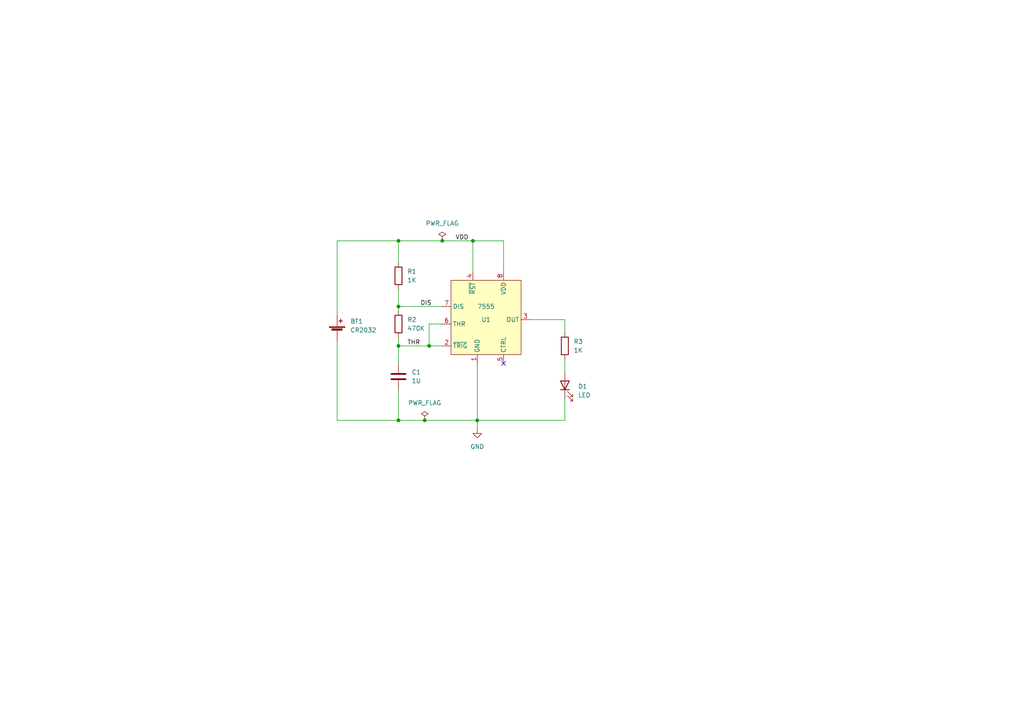
<source format=kicad_sch>
(kicad_sch (version 20211123) (generator eeschema)
  (paper "A4")
  (lib_symbols
    (symbol "Device:Battery_Cell" (pin_numbers hide) (pin_names (offset 0) hide)
      (property "Reference" "BT" (at 2.54 2.54 0))
      (property "Value" "Battery_Cell" (at 2.54 0 0))
      (symbol "Battery_Cell_0_1"
        (rectangle (start -2.286 1.778) (end 2.286 1.524) (fill (type outline)))
        (rectangle (start -1.5748 1.1938) (end 1.4732 0.6858) (fill (type outline)))
        (polyline (pts (xy 0 0.762) (xy 0 0)))
        (polyline (pts (xy 0 1.778) (xy 0 2.54)))
        (polyline (pts (xy 0.508 3.429) (xy 1.524 3.429)) (stroke (width 0.254)))
        (polyline (pts (xy 1.016 3.937) (xy 1.016 2.921)) (stroke (width 0.254)))
      )
      (symbol "Battery_Cell_1_1"
        (pin passive line (at 0 5.08 270) (length 2.54) (name "+") (number "1"))
        (pin passive line (at 0 -2.54 90) (length 2.54) (name "-") (number "2"))
      )
    )
    (symbol "Device:C" (pin_numbers hide) (pin_names (offset 0.254))
      (property "Reference" "C" (at 0.635 2.54 0))
      (property "Value" "C" (at 0.635 -2.54 0))
      (symbol "C_0_1"
        (polyline (pts (xy -2.032 -0.762) (xy 2.032 -0.762)) (stroke (width 0.508)))
        (polyline (pts (xy -2.032 0.762) (xy 2.032 0.762)) (stroke (width 0.508)))
      )
      (symbol "C_1_1"
        (pin passive line (at 0 3.81 270) (length 2.794) (name "~") (number "1"))
        (pin passive line (at 0 -3.81 90) (length 2.794) (name "~") (number "2"))
      )
    )
    (symbol "Device:LED" (pin_numbers hide) (pin_names (offset 1.016) hide)
      (property "Reference" "D" (at 0 2.54 0))
      (property "Value" "LED" (at 0 -2.54 0))
      (symbol "LED_0_1"
        (polyline (pts (xy -1.27 -1.27) (xy -1.27 1.27)) (stroke (width 0.254)))
        (polyline (pts (xy -1.27 0) (xy 1.27 0)))
        (polyline (pts (xy 1.27 -1.27) (xy 1.27 1.27) (xy -1.27 0) (xy 1.27 -1.27)) (stroke (width 0.254)))
        (polyline (pts (xy -3.048 -0.762) (xy -4.572 -2.286) (xy -3.81 -2.286) (xy -4.572 -2.286) (xy -4.572 -1.524)))
        (polyline (pts (xy -1.778 -0.762) (xy -3.302 -2.286) (xy -2.54 -2.286) (xy -3.302 -2.286) (xy -3.302 -1.524)))
      )
      (symbol "LED_1_1"
        (pin passive line (at -3.81 0 0) (length 2.54) (name "K") (number "1"))
        (pin passive line (at 3.81 0 180) (length 2.54) (name "A") (number "2"))
      )
    )
    (symbol "Device:R" (pin_numbers hide) (pin_names (offset 0))
      (property "Reference" "R" (at 2.032 0 90))
      (property "Value" "R" (at 0 0 90))
      (symbol "R_0_1"
        (rectangle (start -1.016 -2.54) (end 1.016 2.54) (stroke (width 0.254)))
      )
      (symbol "R_1_1"
        (pin passive line (at 0 3.81 270) (length 1.27) (name "~") (number "1"))
        (pin passive line (at 0 -3.81 90) (length 1.27) (name "~") (number "2"))
      )
    )
    (symbol "GTB5:7555"
      (property "Reference" "U" (at 0 1.27 0))
      (property "Value" "7555" (at 0 5.08 0))
      (symbol "7555_0_1"
        (rectangle (start -10.16 12.7) (end 10.16 -8.89) (fill (type background)))
      )
      (symbol "7555_1_1"
        (pin power_in line (at -2.54 -11.43 90) (length 2.54) (name "GND") (number "1"))
        (pin input line (at -12.7 -6.35 0) (length 2.54) (name "~{TRIG}") (number "2"))
        (pin output line (at 12.7 1.27 180) (length 2.54) (name "OUT") (number "3"))
        (pin input line (at -3.81 15.24 270) (length 2.54) (name "~{RST}") (number "4"))
        (pin input line (at 5.08 -11.43 90) (length 2.54) (name "CTRL") (number "5"))
        (pin input line (at -12.7 0 0) (length 2.54) (name "THR") (number "6"))
        (pin input line (at -12.7 5.08 0) (length 2.54) (name "DIS") (number "7"))
        (pin power_in line (at 5.08 15.24 270) (length 2.54) (name "VDD") (number "8"))
      )
    )
    (symbol "power:GND" (power) (pin_names (offset 0))
      (property "Value" "GND" (at 0 -3.81 0))
      (symbol "GND_0_1"
        (polyline (pts (xy 0 0) (xy 0 -1.27) (xy 1.27 -1.27) (xy 0 -2.54) (xy -1.27 -1.27) (xy 0 -1.27)))
      )
      (symbol "GND_1_1"
        (pin power_in line (at 0 0 270) (length 0) hide (name "GND") (number "1"))
      )
    )
    (symbol "power:PWR_FLAG" (power) (pin_numbers hide) (pin_names (offset 0) hide)
      (property "Value" "PWR_FLAG" (at 0 3.81 0))
      (symbol "PWR_FLAG_0_0"
        (pin power_out line (at 0 0 90) (length 0) (name "pwr") (number "1"))
      )
      (symbol "PWR_FLAG_0_1"
        (polyline (pts (xy 0 0) (xy 0 1.27) (xy -1.016 1.905) (xy 0 2.54) (xy 1.016 1.905) (xy 0 1.27)))
      )
    )
  )
  (junction (at 124.46 100.33))
  (junction (at 115.57 69.85))
  (junction (at 115.57 88.9))
  (junction (at 115.57 121.92))
  (junction (at 128.27 69.85))
  (junction (at 138.43 121.92))
  (junction (at 115.57 100.33))
  (junction (at 137.16 69.85))
  (junction (at 123.19 121.92))
  (no_connect (at 146.05 105.41))
  (wire (pts (xy 97.79 121.92) (xy 115.57 121.92)))
  (wire (pts (xy 115.57 113.03) (xy 115.57 121.92)))
  (wire (pts (xy 115.57 69.85) (xy 128.27 69.85)))
  (wire (pts (xy 124.46 100.33) (xy 115.57 100.33)))
  (wire (pts (xy 115.57 100.33) (xy 115.57 105.41)))
  (wire (pts (xy 115.57 97.79) (xy 115.57 100.33)))
  (wire (pts (xy 163.83 121.92) (xy 163.83 115.57)))
  (wire (pts (xy 97.79 91.44) (xy 97.79 69.85)))
  (wire (pts (xy 138.43 105.41) (xy 138.43 121.92)))
  (wire (pts (xy 128.27 69.85) (xy 137.16 69.85)))
  (wire (pts (xy 124.46 93.98) (xy 124.46 100.33)))
  (wire (pts (xy 163.83 96.52) (xy 163.83 92.71)))
  (wire (pts (xy 138.43 121.92) (xy 163.83 121.92)))
  (wire (pts (xy 115.57 83.82) (xy 115.57 88.9)))
  (wire (pts (xy 115.57 121.92) (xy 123.19 121.92)))
  (wire (pts (xy 163.83 107.95) (xy 163.83 104.14)))
  (wire (pts (xy 115.57 69.85) (xy 115.57 76.2)))
  (wire (pts (xy 137.16 69.85) (xy 137.16 78.74)))
  (wire (pts (xy 115.57 90.17) (xy 115.57 88.9)))
  (wire (pts (xy 115.57 88.9) (xy 128.27 88.9)))
  (wire (pts (xy 97.79 69.85) (xy 115.57 69.85)))
  (wire (pts (xy 124.46 100.33) (xy 128.27 100.33)))
  (wire (pts (xy 128.27 93.98) (xy 124.46 93.98)))
  (wire (pts (xy 146.05 69.85) (xy 146.05 78.74)))
  (wire (pts (xy 163.83 92.71) (xy 153.67 92.71)))
  (wire (pts (xy 137.16 69.85) (xy 146.05 69.85)))
  (wire (pts (xy 138.43 124.46) (xy 138.43 121.92)))
  (wire (pts (xy 97.79 99.06) (xy 97.79 121.92)))
  (wire (pts (xy 123.19 121.92) (xy 138.43 121.92)))
  (label "THR" (at 118.11 100.33 0))
  (label "DIS" (at 121.92 88.9 0))
  (label "VDD" (at 132.08 69.85 0))
  (symbol (lib_id "power:GND") (at 138.43 124.46 0) (unit 1)
    (property "Reference" "#PWR0101" (effects hide))
    (property "Value" "GND" (at 138.43 129.54 0))
  )
  (symbol (lib_id "Device:R") (at 115.57 93.98 0) (unit 1)
    (property "Reference" "R2" (at 118.11 92.7099 0) (effects (justify left)))
    (property "Value" "470K" (at 118.11 95.2499 0) (effects (justify left)))
    (property "Footprint" "Resistor_SMD:R_0805_2012Metric_Pad1.20x1.40mm_HandSolder" (effects hide))
  )
  (symbol (lib_id "power:PWR_FLAG") (at 128.27 69.85 0) (unit 1)
    (property "Reference" "#FLG0101" (effects hide))
    (property "Value" "PWR_FLAG" (at 128.27 64.77 0))
  )
  (symbol (lib_id "Device:C") (at 115.57 109.22 0) (unit 1)
    (property "Reference" "C1" (at 119.38 107.9499 0) (effects (justify left)))
    (property "Value" "1U" (at 119.38 110.4899 0) (effects (justify left)))
    (property "Footprint" "Capacitor_SMD:C_0805_2012Metric_Pad1.18x1.45mm_HandSolder" (effects hide))
  )
  (symbol (lib_id "power:PWR_FLAG") (at 123.19 121.92 0) (unit 1)
    (property "Reference" "#FLG0102" (effects hide))
    (property "Value" "PWR_FLAG" (at 123.19 116.84 0))
  )
  (symbol (lib_id "Device:LED") (at 163.83 111.76 90) (unit 1)
    (property "Reference" "D1" (at 167.64 112.0774 90) (effects (justify right)))
    (property "Value" "LED" (at 167.64 114.6174 90) (effects (justify right)))
    (property "Footprint" "LED_SMD:LED_0805_2012Metric_Pad1.15x1.40mm_HandSolder" (effects hide))
  )
  (symbol (lib_id "Device:R") (at 115.57 80.01 0) (unit 1)
    (property "Reference" "R1" (at 118.11 78.7399 0) (effects (justify left)))
    (property "Value" "1K" (at 118.11 81.2799 0) (effects (justify left)))
    (property "Footprint" "Resistor_SMD:R_0805_2012Metric_Pad1.20x1.40mm_HandSolder" (effects hide))
  )
  (symbol (lib_id "Device:R") (at 163.83 100.33 0) (unit 1)
    (property "Reference" "R3" (at 166.37 99.0599 0) (effects (justify left)))
    (property "Value" "1K" (at 166.37 101.5999 0) (effects (justify left)))
    (property "Footprint" "Resistor_SMD:R_0805_2012Metric_Pad1.20x1.40mm_HandSolder" (effects hide))
  )
  (symbol (lib_id "GTB5:7555") (at 140.97 93.98 0) (unit 1)
    (property "Reference" "U1" (at 140.97 92.71 0))
    (property "Value" "7555" (at 140.97 88.9 0))
    (property "Footprint" "Package_SO:SOIC-8_3.9x4.9mm_P1.27mm" (effects hide))
  )
  (symbol (lib_id "Device:Battery_Cell") (at 97.79 96.52 0) (unit 1)
    (property "Reference" "BT1" (at 101.6 93.2179 0) (effects (justify left)))
    (property "Value" "CR2032" (at 101.6 95.7579 0) (effects (justify left)))
    (property "Footprint" "GettingToBlinky5:S8211-46R" (effects hide))
  )
)
</source>
